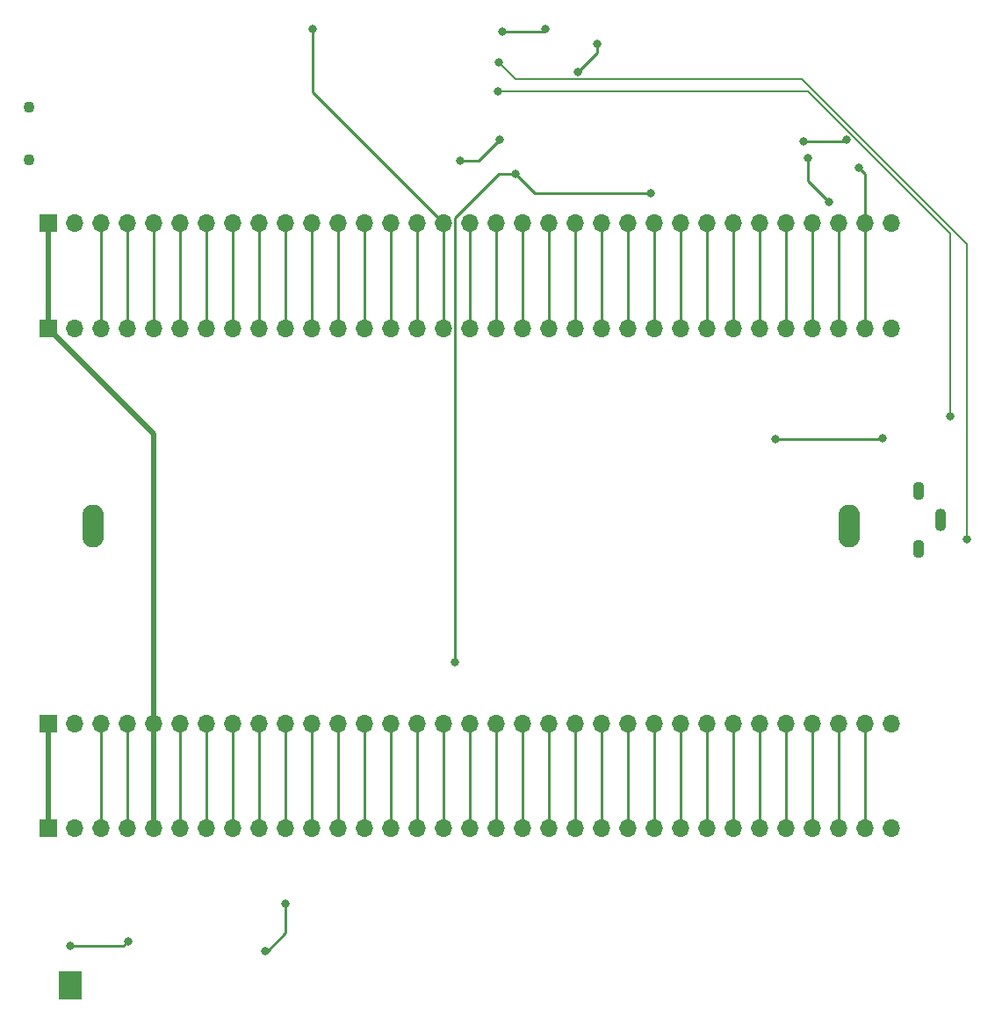
<source format=gbr>
%TF.GenerationSoftware,KiCad,Pcbnew,(6.0.2)*%
%TF.CreationDate,2022-04-08T22:35:16+02:00*%
%TF.ProjectId,main,6d61696e-2e6b-4696-9361-645f70636258,rev?*%
%TF.SameCoordinates,Original*%
%TF.FileFunction,Copper,L2,Bot*%
%TF.FilePolarity,Positive*%
%FSLAX46Y46*%
G04 Gerber Fmt 4.6, Leading zero omitted, Abs format (unit mm)*
G04 Created by KiCad (PCBNEW (6.0.2)) date 2022-04-08 22:35:16*
%MOMM*%
%LPD*%
G01*
G04 APERTURE LIST*
%TA.AperFunction,ComponentPad*%
%ADD10O,2.070000X4.140000*%
%TD*%
%TA.AperFunction,ComponentPad*%
%ADD11O,1.700000X1.700000*%
%TD*%
%TA.AperFunction,ComponentPad*%
%ADD12R,1.700000X1.700000*%
%TD*%
%TA.AperFunction,ComponentPad*%
%ADD13C,1.100000*%
%TD*%
%TA.AperFunction,ComponentPad*%
%ADD14O,1.100000X2.200000*%
%TD*%
%TA.AperFunction,ComponentPad*%
%ADD15O,1.100000X1.800000*%
%TD*%
%TA.AperFunction,ComponentPad*%
%ADD16C,0.600000*%
%TD*%
%TA.AperFunction,SMDPad,CuDef*%
%ADD17R,2.300000X2.800000*%
%TD*%
%TA.AperFunction,ViaPad*%
%ADD18C,0.800000*%
%TD*%
%TA.AperFunction,Conductor*%
%ADD19C,0.500000*%
%TD*%
%TA.AperFunction,Conductor*%
%ADD20C,0.200000*%
%TD*%
%TA.AperFunction,Conductor*%
%ADD21C,0.250000*%
%TD*%
G04 APERTURE END LIST*
D10*
%TO.P,BT1,+*%
%TO.N,GND*%
X98320000Y-96520000D03*
%TO.P,BT1,-*%
%TO.N,/Power/Battery_Voltage*%
X171220000Y-96520000D03*
%TD*%
D11*
%TO.P,J1,33,Pin_33*%
%TO.N,GND*%
X175260000Y-67310000D03*
%TO.P,J1,32,Pin_32*%
%TO.N,/PB12*%
X172720000Y-67310000D03*
%TO.P,J1,31,Pin_31*%
%TO.N,/PB11*%
X170180000Y-67310000D03*
%TO.P,J1,30,Pin_30*%
%TO.N,/PB10*%
X167640000Y-67310000D03*
%TO.P,J1,29,Pin_29*%
%TO.N,/PB2*%
X165100000Y-67310000D03*
%TO.P,J1,28,Pin_28*%
%TO.N,/PB1*%
X162560000Y-67310000D03*
%TO.P,J1,27,Pin_27*%
%TO.N,/PB0*%
X160020000Y-67310000D03*
%TO.P,J1,26,Pin_26*%
%TO.N,/PC5*%
X157480000Y-67310000D03*
%TO.P,J1,25,Pin_25*%
%TO.N,/PC4*%
X154940000Y-67310000D03*
%TO.P,J1,24,Pin_24*%
%TO.N,/PA7*%
X152400000Y-67310000D03*
%TO.P,J1,23,Pin_23*%
%TO.N,/PA6*%
X149860000Y-67310000D03*
%TO.P,J1,22,Pin_22*%
%TO.N,/PA5*%
X147320000Y-67310000D03*
%TO.P,J1,21,Pin_21*%
%TO.N,/PA4*%
X144780000Y-67310000D03*
%TO.P,J1,20,Pin_20*%
%TO.N,/PF5*%
X142240000Y-67310000D03*
%TO.P,J1,19,Pin_19*%
%TO.N,/PF4*%
X139700000Y-67310000D03*
%TO.P,J1,18,Pin_18*%
%TO.N,/PA3*%
X137160000Y-67310000D03*
%TO.P,J1,17,Pin_17*%
%TO.N,/PA2*%
X134620000Y-67310000D03*
%TO.P,J1,16,Pin_16*%
%TO.N,/PA1*%
X132080000Y-67310000D03*
%TO.P,J1,15,Pin_15*%
%TO.N,/PA0*%
X129540000Y-67310000D03*
%TO.P,J1,14,Pin_14*%
%TO.N,/PC3*%
X127000000Y-67310000D03*
%TO.P,J1,13,Pin_13*%
%TO.N,/PC2*%
X124460000Y-67310000D03*
%TO.P,J1,12,Pin_12*%
%TO.N,/PC1*%
X121920000Y-67310000D03*
%TO.P,J1,11,Pin_11*%
%TO.N,/PC0*%
X119380000Y-67310000D03*
%TO.P,J1,10,Pin_10*%
%TO.N,/NRST*%
X116840000Y-67310000D03*
%TO.P,J1,9,Pin_9*%
%TO.N,GND*%
X114300000Y-67310000D03*
%TO.P,J1,8,Pin_8*%
%TO.N,/PF1*%
X111760000Y-67310000D03*
%TO.P,J1,7,Pin_7*%
%TO.N,/PF0*%
X109220000Y-67310000D03*
%TO.P,J1,6,Pin_6*%
%TO.N,/PC15*%
X106680000Y-67310000D03*
%TO.P,J1,5,Pin_5*%
%TO.N,/PC14*%
X104140000Y-67310000D03*
%TO.P,J1,4,Pin_4*%
%TO.N,/PC13*%
X101600000Y-67310000D03*
%TO.P,J1,3,Pin_3*%
%TO.N,/VBAT*%
X99060000Y-67310000D03*
%TO.P,J1,2,Pin_2*%
%TO.N,GND*%
X96520000Y-67310000D03*
D12*
%TO.P,J1,1,Pin_1*%
%TO.N,+3V0*%
X93980000Y-67310000D03*
%TD*%
%TO.P,J4,1,Pin_1*%
%TO.N,+5V*%
X93980000Y-125680000D03*
D11*
%TO.P,J4,2,Pin_2*%
%TO.N,GND*%
X96520000Y-125680000D03*
%TO.P,J4,3,Pin_3*%
%TO.N,/PB9*%
X99060000Y-125680000D03*
%TO.P,J4,4,Pin_4*%
%TO.N,/PB8*%
X101600000Y-125680000D03*
%TO.P,J4,5,Pin_5*%
%TO.N,+3V0*%
X104140000Y-125680000D03*
%TO.P,J4,6,Pin_6*%
%TO.N,/BOOT*%
X106680000Y-125680000D03*
%TO.P,J4,7,Pin_7*%
%TO.N,/PB7*%
X109220000Y-125680000D03*
%TO.P,J4,8,Pin_8*%
%TO.N,/PB6*%
X111760000Y-125680000D03*
%TO.P,J4,9,Pin_9*%
%TO.N,/PB5*%
X114300000Y-125680000D03*
%TO.P,J4,10,Pin_10*%
%TO.N,/PB4*%
X116840000Y-125680000D03*
%TO.P,J4,11,Pin_11*%
%TO.N,/PB3*%
X119380000Y-125680000D03*
%TO.P,J4,12,Pin_12*%
%TO.N,/PD2*%
X121920000Y-125680000D03*
%TO.P,J4,13,Pin_13*%
%TO.N,/PC12*%
X124460000Y-125680000D03*
%TO.P,J4,14,Pin_14*%
%TO.N,/PC11*%
X127000000Y-125680000D03*
%TO.P,J4,15,Pin_15*%
%TO.N,/PC10*%
X129540000Y-125680000D03*
%TO.P,J4,16,Pin_16*%
%TO.N,/PA15*%
X132080000Y-125680000D03*
%TO.P,J4,17,Pin_17*%
%TO.N,/PA14*%
X134620000Y-125680000D03*
%TO.P,J4,18,Pin_18*%
%TO.N,/PF7*%
X137160000Y-125680000D03*
%TO.P,J4,19,Pin_19*%
%TO.N,/PF6*%
X139700000Y-125680000D03*
%TO.P,J4,20,Pin_20*%
%TO.N,/PA13*%
X142240000Y-125680000D03*
%TO.P,J4,21,Pin_21*%
%TO.N,/PA12*%
X144780000Y-125680000D03*
%TO.P,J4,22,Pin_22*%
%TO.N,/PA11*%
X147320000Y-125680000D03*
%TO.P,J4,23,Pin_23*%
%TO.N,/PA10*%
X149860000Y-125680000D03*
%TO.P,J4,24,Pin_24*%
%TO.N,/PA9*%
X152400000Y-125680000D03*
%TO.P,J4,25,Pin_25*%
%TO.N,/PA8*%
X154940000Y-125680000D03*
%TO.P,J4,26,Pin_26*%
%TO.N,/PC9*%
X157480000Y-125680000D03*
%TO.P,J4,27,Pin_27*%
%TO.N,/PC8*%
X160020000Y-125680000D03*
%TO.P,J4,28,Pin_28*%
%TO.N,/PC7*%
X162560000Y-125680000D03*
%TO.P,J4,29,Pin_29*%
%TO.N,/PC6*%
X165100000Y-125680000D03*
%TO.P,J4,30,Pin_30*%
%TO.N,/PB15*%
X167640000Y-125680000D03*
%TO.P,J4,31,Pin_31*%
%TO.N,/PB14*%
X170180000Y-125680000D03*
%TO.P,J4,32,Pin_32*%
%TO.N,/PB13*%
X172720000Y-125680000D03*
%TO.P,J4,33,Pin_33*%
%TO.N,GND*%
X175260000Y-125680000D03*
%TD*%
D13*
%TO.P,BZ1,N*%
%TO.N,Net-(BZ1-PadN)*%
X92200000Y-56200000D03*
%TO.P,BZ1,P*%
%TO.N,+3V3*%
X92200000Y-61200000D03*
%TD*%
D14*
%TO.P,J5,6,Shield*%
%TO.N,GND*%
X180075000Y-95925000D03*
D15*
X177925000Y-98725000D03*
X177925000Y-93125000D03*
%TD*%
D16*
%TO.P,U3,11,GND*%
%TO.N,GND*%
X95600000Y-140050000D03*
D17*
X96100000Y-140800000D03*
D16*
X96600000Y-141550000D03*
X95600000Y-141550000D03*
X96600000Y-140050000D03*
X96100000Y-140800000D03*
%TD*%
D12*
%TO.P,J2,1,Pin_1*%
%TO.N,+3V0*%
X93980000Y-77470000D03*
D11*
%TO.P,J2,2,Pin_2*%
%TO.N,GND*%
X96520000Y-77470000D03*
%TO.P,J2,3,Pin_3*%
%TO.N,/VBAT*%
X99060000Y-77470000D03*
%TO.P,J2,4,Pin_4*%
%TO.N,/PC13*%
X101600000Y-77470000D03*
%TO.P,J2,5,Pin_5*%
%TO.N,/PC14*%
X104140000Y-77470000D03*
%TO.P,J2,6,Pin_6*%
%TO.N,/PC15*%
X106680000Y-77470000D03*
%TO.P,J2,7,Pin_7*%
%TO.N,/PF0*%
X109220000Y-77470000D03*
%TO.P,J2,8,Pin_8*%
%TO.N,/PF1*%
X111760000Y-77470000D03*
%TO.P,J2,9,Pin_9*%
%TO.N,GND*%
X114300000Y-77470000D03*
%TO.P,J2,10,Pin_10*%
%TO.N,/NRST*%
X116840000Y-77470000D03*
%TO.P,J2,11,Pin_11*%
%TO.N,/PC0*%
X119380000Y-77470000D03*
%TO.P,J2,12,Pin_12*%
%TO.N,/PC1*%
X121920000Y-77470000D03*
%TO.P,J2,13,Pin_13*%
%TO.N,/PC2*%
X124460000Y-77470000D03*
%TO.P,J2,14,Pin_14*%
%TO.N,/PC3*%
X127000000Y-77470000D03*
%TO.P,J2,15,Pin_15*%
%TO.N,/PA0*%
X129540000Y-77470000D03*
%TO.P,J2,16,Pin_16*%
%TO.N,/PA1*%
X132080000Y-77470000D03*
%TO.P,J2,17,Pin_17*%
%TO.N,/PA2*%
X134620000Y-77470000D03*
%TO.P,J2,18,Pin_18*%
%TO.N,/PA3*%
X137160000Y-77470000D03*
%TO.P,J2,19,Pin_19*%
%TO.N,/PF4*%
X139700000Y-77470000D03*
%TO.P,J2,20,Pin_20*%
%TO.N,/PF5*%
X142240000Y-77470000D03*
%TO.P,J2,21,Pin_21*%
%TO.N,/PA4*%
X144780000Y-77470000D03*
%TO.P,J2,22,Pin_22*%
%TO.N,/PA5*%
X147320000Y-77470000D03*
%TO.P,J2,23,Pin_23*%
%TO.N,/PA6*%
X149860000Y-77470000D03*
%TO.P,J2,24,Pin_24*%
%TO.N,/PA7*%
X152400000Y-77470000D03*
%TO.P,J2,25,Pin_25*%
%TO.N,/PC4*%
X154940000Y-77470000D03*
%TO.P,J2,26,Pin_26*%
%TO.N,/PC5*%
X157480000Y-77470000D03*
%TO.P,J2,27,Pin_27*%
%TO.N,/PB0*%
X160020000Y-77470000D03*
%TO.P,J2,28,Pin_28*%
%TO.N,/PB1*%
X162560000Y-77470000D03*
%TO.P,J2,29,Pin_29*%
%TO.N,/PB2*%
X165100000Y-77470000D03*
%TO.P,J2,30,Pin_30*%
%TO.N,/PB10*%
X167640000Y-77470000D03*
%TO.P,J2,31,Pin_31*%
%TO.N,/PB11*%
X170180000Y-77470000D03*
%TO.P,J2,32,Pin_32*%
%TO.N,/PB12*%
X172720000Y-77470000D03*
%TO.P,J2,33,Pin_33*%
%TO.N,GND*%
X175260000Y-77470000D03*
%TD*%
D12*
%TO.P,J3,1,Pin_1*%
%TO.N,+5V*%
X93980000Y-115570000D03*
D11*
%TO.P,J3,2,Pin_2*%
%TO.N,GND*%
X96520000Y-115570000D03*
%TO.P,J3,3,Pin_3*%
%TO.N,/PB9*%
X99060000Y-115570000D03*
%TO.P,J3,4,Pin_4*%
%TO.N,/PB8*%
X101600000Y-115570000D03*
%TO.P,J3,5,Pin_5*%
%TO.N,+3V0*%
X104140000Y-115570000D03*
%TO.P,J3,6,Pin_6*%
%TO.N,/BOOT*%
X106680000Y-115570000D03*
%TO.P,J3,7,Pin_7*%
%TO.N,/PB7*%
X109220000Y-115570000D03*
%TO.P,J3,8,Pin_8*%
%TO.N,/PB6*%
X111760000Y-115570000D03*
%TO.P,J3,9,Pin_9*%
%TO.N,/PB5*%
X114300000Y-115570000D03*
%TO.P,J3,10,Pin_10*%
%TO.N,/PB4*%
X116840000Y-115570000D03*
%TO.P,J3,11,Pin_11*%
%TO.N,/PB3*%
X119380000Y-115570000D03*
%TO.P,J3,12,Pin_12*%
%TO.N,/PD2*%
X121920000Y-115570000D03*
%TO.P,J3,13,Pin_13*%
%TO.N,/PC12*%
X124460000Y-115570000D03*
%TO.P,J3,14,Pin_14*%
%TO.N,/PC11*%
X127000000Y-115570000D03*
%TO.P,J3,15,Pin_15*%
%TO.N,/PC10*%
X129540000Y-115570000D03*
%TO.P,J3,16,Pin_16*%
%TO.N,/PA15*%
X132080000Y-115570000D03*
%TO.P,J3,17,Pin_17*%
%TO.N,/PA14*%
X134620000Y-115570000D03*
%TO.P,J3,18,Pin_18*%
%TO.N,/PF7*%
X137160000Y-115570000D03*
%TO.P,J3,19,Pin_19*%
%TO.N,/PF6*%
X139700000Y-115570000D03*
%TO.P,J3,20,Pin_20*%
%TO.N,/PA13*%
X142240000Y-115570000D03*
%TO.P,J3,21,Pin_21*%
%TO.N,/PA12*%
X144780000Y-115570000D03*
%TO.P,J3,22,Pin_22*%
%TO.N,/PA11*%
X147320000Y-115570000D03*
%TO.P,J3,23,Pin_23*%
%TO.N,/PA10*%
X149860000Y-115570000D03*
%TO.P,J3,24,Pin_24*%
%TO.N,/PA9*%
X152400000Y-115570000D03*
%TO.P,J3,25,Pin_25*%
%TO.N,/PA8*%
X154940000Y-115570000D03*
%TO.P,J3,26,Pin_26*%
%TO.N,/PC9*%
X157480000Y-115570000D03*
%TO.P,J3,27,Pin_27*%
%TO.N,/PC8*%
X160020000Y-115570000D03*
%TO.P,J3,28,Pin_28*%
%TO.N,/PC7*%
X162560000Y-115570000D03*
%TO.P,J3,29,Pin_29*%
%TO.N,/PC6*%
X165100000Y-115570000D03*
%TO.P,J3,30,Pin_30*%
%TO.N,/PB15*%
X167640000Y-115570000D03*
%TO.P,J3,31,Pin_31*%
%TO.N,/PB14*%
X170180000Y-115570000D03*
%TO.P,J3,32,Pin_32*%
%TO.N,/PB13*%
X172720000Y-115570000D03*
%TO.P,J3,33,Pin_33*%
%TO.N,GND*%
X175260000Y-115570000D03*
%TD*%
D18*
%TO.N,/Power/USB_DN*%
X137450000Y-51850000D03*
X182600000Y-97800000D03*
%TO.N,/Power/USB_DP*%
X137400000Y-54650000D03*
X181000000Y-86000000D03*
%TO.N,/PB6*%
X114950000Y-137500000D03*
X116900000Y-132950000D03*
%TO.N,GND*%
X133750000Y-61300000D03*
X137550000Y-59300000D03*
%TO.N,/PA1*%
X119500000Y-48600000D03*
%TO.N,+3V3*%
X133250000Y-109700000D03*
X152100000Y-64450000D03*
X139100000Y-62600000D03*
%TO.N,Net-(C1-Pad1)*%
X174450000Y-88100000D03*
X164150000Y-88200000D03*
%TO.N,GND*%
X101700000Y-136550000D03*
X96150000Y-137000000D03*
X137800000Y-48900000D03*
X141950000Y-48650000D03*
X145100000Y-52750000D03*
X146900000Y-50100000D03*
X166800000Y-59450000D03*
X170950000Y-59300000D03*
%TO.N,/PB12*%
X172150000Y-62000000D03*
%TO.N,+3V3*%
X167250000Y-61100000D03*
X169250000Y-65300000D03*
%TD*%
D19*
%TO.N,+5V*%
X93980000Y-115570000D02*
X93980000Y-125680000D01*
D20*
%TO.N,/Power/USB_DN*%
X139049511Y-53449511D02*
X137450000Y-51850000D01*
X166653776Y-53449511D02*
X139049511Y-53449511D01*
X182600000Y-69395735D02*
X166653776Y-53449511D01*
X182600000Y-97800000D02*
X182600000Y-69395735D01*
%TO.N,/Power/USB_DP*%
X138100000Y-54650000D02*
X137400000Y-54650000D01*
X167289259Y-54650000D02*
X138100000Y-54650000D01*
X181000000Y-68360741D02*
X167289259Y-54650000D01*
X181000000Y-86000000D02*
X181000000Y-68360741D01*
D21*
%TO.N,/PB6*%
X116900000Y-132950000D02*
X116900000Y-135750000D01*
X115150000Y-137500000D02*
X114950000Y-137500000D01*
X116900000Y-135750000D02*
X115150000Y-137500000D01*
D19*
%TO.N,+3V0*%
X104140000Y-87630000D02*
X93980000Y-77470000D01*
X104140000Y-115570000D02*
X104140000Y-87630000D01*
D21*
%TO.N,GND*%
X135550000Y-61300000D02*
X133750000Y-61300000D01*
X137550000Y-59300000D02*
X135550000Y-61300000D01*
%TO.N,/PA1*%
X119500000Y-48600000D02*
X119500000Y-54730000D01*
X119500000Y-54730000D02*
X132080000Y-67310000D01*
%TO.N,+3V3*%
X133254511Y-109695489D02*
X133250000Y-109700000D01*
X133254511Y-105845489D02*
X133254511Y-109695489D01*
X133254511Y-66823501D02*
X133254511Y-105845489D01*
X137478012Y-62600000D02*
X133254511Y-66823501D01*
X139100000Y-62600000D02*
X137478012Y-62600000D01*
X140950000Y-64450000D02*
X152100000Y-64450000D01*
X139100000Y-62600000D02*
X140950000Y-64450000D01*
%TO.N,Net-(C1-Pad1)*%
X164150000Y-88200000D02*
X174350000Y-88200000D01*
X174350000Y-88200000D02*
X174450000Y-88100000D01*
%TO.N,GND*%
X101250000Y-137000000D02*
X101700000Y-136550000D01*
X96150000Y-137000000D02*
X101250000Y-137000000D01*
X141700000Y-48900000D02*
X137800000Y-48900000D01*
X141950000Y-48650000D02*
X141700000Y-48900000D01*
X146900000Y-50950000D02*
X146900000Y-50100000D01*
X145100000Y-52750000D02*
X146900000Y-50950000D01*
X170800000Y-59450000D02*
X166800000Y-59450000D01*
X170950000Y-59300000D02*
X170800000Y-59450000D01*
%TO.N,/PB12*%
X172720000Y-62570000D02*
X172720000Y-67310000D01*
X172150000Y-62000000D02*
X172720000Y-62570000D01*
%TO.N,+3V3*%
X167250000Y-63300000D02*
X167250000Y-61100000D01*
X169250000Y-65300000D02*
X167250000Y-63300000D01*
%TO.N,/PB12*%
X172720000Y-77470000D02*
X172720000Y-67310000D01*
%TO.N,/PB11*%
X170180000Y-67310000D02*
X170180000Y-77470000D01*
%TO.N,/PB10*%
X167640000Y-77470000D02*
X167640000Y-67310000D01*
%TO.N,/PB2*%
X165100000Y-67310000D02*
X165100000Y-77470000D01*
%TO.N,/PB1*%
X162560000Y-77470000D02*
X162560000Y-67310000D01*
%TO.N,/PB0*%
X160020000Y-67310000D02*
X160020000Y-77470000D01*
%TO.N,/PC5*%
X157480000Y-67310000D02*
X157480000Y-77470000D01*
%TO.N,/PC4*%
X154940000Y-77470000D02*
X154940000Y-67310000D01*
%TO.N,/PA7*%
X152400000Y-67310000D02*
X152400000Y-77470000D01*
%TO.N,/PA6*%
X149860000Y-77470000D02*
X149860000Y-67310000D01*
%TO.N,/PA5*%
X147320000Y-67310000D02*
X147320000Y-77470000D01*
%TO.N,/PA4*%
X144780000Y-77470000D02*
X144780000Y-67310000D01*
%TO.N,/PF5*%
X142240000Y-67310000D02*
X142240000Y-77470000D01*
%TO.N,/PF4*%
X139700000Y-77470000D02*
X139700000Y-67310000D01*
%TO.N,/PA3*%
X137160000Y-67310000D02*
X137160000Y-77470000D01*
%TO.N,/PA2*%
X134620000Y-77470000D02*
X134620000Y-67310000D01*
%TO.N,/PA1*%
X132080000Y-67310000D02*
X132080000Y-77470000D01*
%TO.N,/PA0*%
X129540000Y-77470000D02*
X129540000Y-67310000D01*
%TO.N,/PC3*%
X127000000Y-67310000D02*
X127000000Y-77470000D01*
%TO.N,/PC2*%
X124460000Y-67310000D02*
X124460000Y-77470000D01*
%TO.N,/PC1*%
X121920000Y-77470000D02*
X121920000Y-67310000D01*
%TO.N,/PC0*%
X119380000Y-67310000D02*
X119380000Y-77470000D01*
%TO.N,/NRST*%
X116840000Y-77470000D02*
X116840000Y-67310000D01*
%TO.N,GND*%
X114300000Y-67310000D02*
X114300000Y-77470000D01*
%TO.N,/PF1*%
X111760000Y-77470000D02*
X111760000Y-67310000D01*
%TO.N,/PF0*%
X109220000Y-67310000D02*
X109220000Y-77470000D01*
%TO.N,/PC15*%
X106680000Y-77470000D02*
X106680000Y-67310000D01*
%TO.N,/PC14*%
X104140000Y-67310000D02*
X104140000Y-77470000D01*
%TO.N,/PC13*%
X101600000Y-77470000D02*
X101600000Y-67310000D01*
D19*
%TO.N,+3V0*%
X93980000Y-77470000D02*
X93980000Y-67310000D01*
D21*
%TO.N,/VBAT*%
X99060000Y-67310000D02*
X99060000Y-77470000D01*
%TO.N,/PB13*%
X172720000Y-125680000D02*
X172720000Y-115570000D01*
%TO.N,/PB14*%
X170180000Y-115570000D02*
X170180000Y-125680000D01*
%TO.N,/PB15*%
X167640000Y-115570000D02*
X167640000Y-125680000D01*
%TO.N,/PC6*%
X165100000Y-125680000D02*
X165100000Y-115570000D01*
%TO.N,/PC7*%
X162560000Y-115570000D02*
X162560000Y-125680000D01*
%TO.N,/PC8*%
X160020000Y-125680000D02*
X160020000Y-115570000D01*
%TO.N,/PC9*%
X157480000Y-125680000D02*
X157480000Y-115570000D01*
%TO.N,/PA8*%
X154940000Y-115570000D02*
X154940000Y-125680000D01*
%TO.N,/PA9*%
X152400000Y-115570000D02*
X152400000Y-125680000D01*
%TO.N,/PA10*%
X149860000Y-125680000D02*
X149860000Y-115570000D01*
%TO.N,/PA11*%
X147320000Y-125680000D02*
X147320000Y-115570000D01*
%TO.N,/PA12*%
X144780000Y-125680000D02*
X144780000Y-115570000D01*
%TO.N,/PA13*%
X142240000Y-125680000D02*
X142240000Y-115570000D01*
%TO.N,/PF6*%
X139700000Y-125680000D02*
X139700000Y-115570000D01*
%TO.N,/PF7*%
X137160000Y-115570000D02*
X137160000Y-125680000D01*
%TO.N,/PA14*%
X134620000Y-125680000D02*
X134620000Y-115570000D01*
%TO.N,/PA15*%
X132080000Y-115570000D02*
X132080000Y-125680000D01*
%TO.N,/PC10*%
X129540000Y-125680000D02*
X129540000Y-115570000D01*
%TO.N,/PC11*%
X127000000Y-115570000D02*
X127000000Y-125680000D01*
%TO.N,/PC12*%
X124460000Y-125680000D02*
X124460000Y-115570000D01*
%TO.N,/PD2*%
X121920000Y-115570000D02*
X121920000Y-125680000D01*
%TO.N,/PB3*%
X119380000Y-115570000D02*
X119380000Y-125680000D01*
%TO.N,/PB4*%
X116840000Y-125680000D02*
X116840000Y-115570000D01*
%TO.N,/PB5*%
X114300000Y-115570000D02*
X114300000Y-125680000D01*
%TO.N,/PB6*%
X111760000Y-125680000D02*
X111760000Y-115570000D01*
%TO.N,/PB7*%
X109220000Y-115570000D02*
X109220000Y-125680000D01*
%TO.N,/BOOT*%
X106680000Y-125680000D02*
X106680000Y-115570000D01*
D19*
%TO.N,+3V0*%
X104140000Y-115570000D02*
X104140000Y-125680000D01*
D21*
%TO.N,/PB8*%
X101600000Y-125680000D02*
X101600000Y-115570000D01*
%TO.N,/PB9*%
X99060000Y-115570000D02*
X99060000Y-125680000D01*
%TD*%
M02*

</source>
